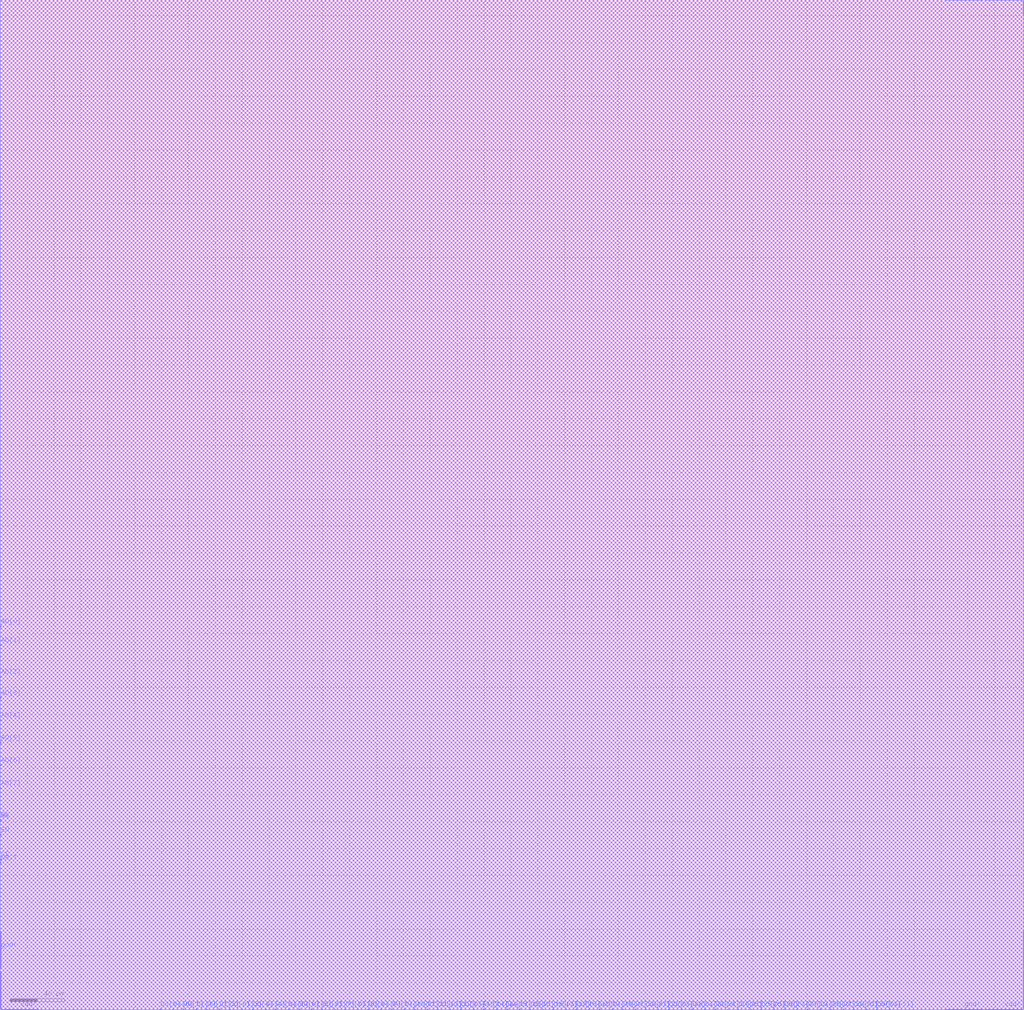
<source format=lef>
   ###             FPR to LEF file converter 
   ### (C) 1999 by Austria Mikro Systeme International AG 
   ###   creation date: Mon Mar 14 19:10:16 MET 2016
   ###               instance: sram256x32 


      MACRO sram256x32 
      CLASS BLOCK ; 
      FOREIGN sram256x32 0 0 ; 
      ORIGIN 0 0 ; 
      SIZE 761.750 BY 751.900 ; 
      SYMMETRY x y r90 ; 
      SITE blockSite ; 
      PIN DO[5] 
         DIRECTION OUTPUT TRISTATE ; 
         PORT 
         LAYER MET3 ;
         RECT 204.750 0 205.550 0.600 ;
         END 
      END DO[5] 
      PIN DO[9] 
         DIRECTION OUTPUT TRISTATE ; 
         PORT 
         LAYER MET3 ;
         RECT 273.550 0 274.350 0.600 ;
         END 
      END DO[9] 
      PIN DI[10] 
         DIRECTION INPUT ; 
         PORT 
         LAYER MET3 ;
         RECT 300.350 0 300.950 0.600 ;
         END 
      END DI[10] 
      PIN DI[30] 
         DIRECTION INPUT ; 
         PORT 
         LAYER MET3 ;
         RECT 644.350 0 644.950 0.600 ;
         END 
      END DI[30] 
      PIN WR 
         DIRECTION INPUT ; 
         PORT 
         LAYER MET2 ;
         RECT 0 139.750 0.600 140.450 ;
         END 
      END WR 
      PIN DI[22] 
         DIRECTION INPUT ; 
         PORT 
         LAYER MET3 ;
         RECT 506.750 0 507.350 0.600 ;
         END 
      END DI[22] 
      PIN DI[14] 
         DIRECTION INPUT ; 
         PORT 
         LAYER MET3 ;
         RECT 369.150 0 369.750 0.600 ;
         END 
      END DI[14] 
      PIN DO[10] 
         DIRECTION OUTPUT TRISTATE ; 
         PORT 
         LAYER MET3 ;
         RECT 290.750 0 291.550 0.600 ;
         END 
      END DO[10] 
      PIN DI[26] 
         DIRECTION INPUT ; 
         PORT 
         LAYER MET3 ;
         RECT 575.550 0 576.150 0.600 ;
         END 
      END DI[26] 
      PIN DI[18] 
         DIRECTION INPUT ; 
         PORT 
         LAYER MET3 ;
         RECT 437.950 0 438.550 0.600 ;
         END 
      END DI[18] 
      PIN DO[30] 
         DIRECTION OUTPUT TRISTATE ; 
         PORT 
         LAYER MET3 ;
         RECT 634.750 0 635.550 0.600 ;
         END 
      END DO[30] 
      PIN DO[22] 
         DIRECTION OUTPUT TRISTATE ; 
         PORT 
         LAYER MET3 ;
         RECT 497.150 0 497.950 0.600 ;
         END 
      END DO[22] 
      PIN AD[3] 
         DIRECTION INPUT ; 
         PORT 
         LAYER MET2 ;
         RECT 0 231.850 0.600 232.550 ;
         END 
      END AD[3] 
      PIN DO[14] 
         DIRECTION OUTPUT TRISTATE ; 
         PORT 
         LAYER MET3 ;
         RECT 359.550 0 360.350 0.600 ;
         END 
      END DO[14] 
      PIN DO[26] 
         DIRECTION OUTPUT TRISTATE ; 
         PORT 
         LAYER MET3 ;
         RECT 565.950 0 566.750 0.600 ;
         END 
      END DO[26] 
      PIN AD[7] 
         DIRECTION INPUT ; 
         PORT 
         LAYER MET2 ;
         RECT 0 164.650 0.600 165.350 ;
         END 
      END AD[7] 
      PIN DO[18] 
         DIRECTION OUTPUT TRISTATE ; 
         PORT 
         LAYER MET3 ;
         RECT 428.350 0 429.150 0.600 ;
         END 
      END DO[18] 
      PIN DI[0] 
         DIRECTION INPUT ; 
         PORT 
         LAYER MET3 ;
         RECT 128.350 0 128.950 0.600 ;
         END 
      END DI[0] 
      PIN DI[4] 
         DIRECTION INPUT ; 
         PORT 
         LAYER MET3 ;
         RECT 197.150 0 197.750 0.600 ;
         END 
      END DI[4] 
      PIN DO[2] 
         DIRECTION OUTPUT TRISTATE ; 
         PORT 
         LAYER MET3 ;
         RECT 153.150 0 153.950 0.600 ;
         END 
      END DO[2] 
      PIN DI[8] 
         DIRECTION INPUT ; 
         PORT 
         LAYER MET3 ;
         RECT 265.950 0 266.550 0.600 ;
         END 
      END DI[8] 
      PIN DO[6] 
         DIRECTION OUTPUT TRISTATE ; 
         PORT 
         LAYER MET3 ;
         RECT 221.950 0 222.750 0.600 ;
         END 
      END DO[6] 
      PIN DI[11] 
         DIRECTION INPUT ; 
         PORT 
         LAYER MET3 ;
         RECT 317.550 0 318.150 0.600 ;
         END 
      END DI[11] 
      PIN DI[31] 
         DIRECTION INPUT ; 
         PORT 
         LAYER MET3 ;
         RECT 661.550 0 662.150 0.600 ;
         END 
      END DI[31] 
      PIN DI[23] 
         DIRECTION INPUT ; 
         PORT 
         LAYER MET3 ;
         RECT 523.950 0 524.550 0.600 ;
         END 
      END DI[23] 
      PIN DI[15] 
         DIRECTION INPUT ; 
         PORT 
         LAYER MET3 ;
         RECT 386.350 0 386.950 0.600 ;
         END 
      END DI[15] 
      PIN AD[0] 
         DIRECTION INPUT ; 
         PORT 
         LAYER MET2 ;
         RECT 0 284.900 0.600 285.600 ;
         END 
      END AD[0] 
      PIN DO[11] 
         DIRECTION OUTPUT TRISTATE ; 
         PORT 
         LAYER MET3 ;
         RECT 307.950 0 308.750 0.600 ;
         END 
      END DO[11] 
      PIN DI[27] 
         DIRECTION INPUT ; 
         PORT 
         LAYER MET3 ;
         RECT 592.750 0 593.350 0.600 ;
         END 
      END DI[27] 
      PIN DO[31] 
         DIRECTION OUTPUT TRISTATE ; 
         PORT 
         LAYER MET3 ;
         RECT 651.950 0 652.750 0.600 ;
         END 
      END DO[31] 
      PIN DI[19] 
         DIRECTION INPUT ; 
         PORT 
         LAYER MET3 ;
         RECT 455.150 0 455.750 0.600 ;
         END 
      END DI[19] 
      PIN DO[23] 
         DIRECTION OUTPUT TRISTATE ; 
         PORT 
         LAYER MET3 ;
         RECT 514.350 0 515.150 0.600 ;
         END 
      END DO[23] 
      PIN AD[4] 
         DIRECTION INPUT ; 
         PORT 
         LAYER MET2 ;
         RECT 0 215.050 0.600 215.750 ;
         END 
      END AD[4] 
      PIN DO[15] 
         DIRECTION OUTPUT TRISTATE ; 
         PORT 
         LAYER MET3 ;
         RECT 376.750 0 377.550 0.600 ;
         END 
      END DO[15] 
      PIN EN 
         DIRECTION INPUT ; 
         PORT 
         LAYER MET2 ;
         RECT 0 129.950 0.600 130.650 ;
         END 
      END EN 
      PIN DO[27] 
         DIRECTION OUTPUT TRISTATE ; 
         PORT 
         LAYER MET3 ;
         RECT 583.150 0 583.950 0.600 ;
         END 
      END DO[27] 
      PIN DO[19] 
         DIRECTION OUTPUT TRISTATE ; 
         PORT 
         LAYER MET3 ;
         RECT 445.550 0 446.350 0.600 ;
         END 
      END DO[19] 
      PIN DI[1] 
         DIRECTION INPUT ; 
         PORT 
         LAYER MET3 ;
         RECT 145.550 0 146.150 0.600 ;
         END 
      END DI[1] 
      PIN DI[5] 
         DIRECTION INPUT ; 
         PORT 
         LAYER MET3 ;
         RECT 214.350 0 214.950 0.600 ;
         END 
      END DI[5] 
      PIN DO[3] 
         DIRECTION OUTPUT TRISTATE ; 
         PORT 
         LAYER MET3 ;
         RECT 170.350 0 171.150 0.600 ;
         END 
      END DO[3] 
      PIN DI[9] 
         DIRECTION INPUT ; 
         PORT 
         LAYER MET3 ;
         RECT 283.150 0 283.750 0.600 ;
         END 
      END DI[9] 
      PIN DO[7] 
         DIRECTION OUTPUT TRISTATE ; 
         PORT 
         LAYER MET3 ;
         RECT 239.150 0 239.950 0.600 ;
         END 
      END DO[7] 
      PIN DI[20] 
         DIRECTION INPUT ; 
         PORT 
         LAYER MET3 ;
         RECT 472.350 0 472.950 0.600 ;
         END 
      END DI[20] 
      PIN DI[12] 
         DIRECTION INPUT ; 
         PORT 
         LAYER MET3 ;
         RECT 334.750 0 335.350 0.600 ;
         END 
      END DI[12] 
      PIN DI[24] 
         DIRECTION INPUT ; 
         PORT 
         LAYER MET3 ;
         RECT 541.150 0 541.750 0.600 ;
         END 
      END DI[24] 
      PIN DI[16] 
         DIRECTION INPUT ; 
         PORT 
         LAYER MET3 ;
         RECT 403.550 0 404.150 0.600 ;
         END 
      END DI[16] 
      PIN DO[20] 
         DIRECTION OUTPUT TRISTATE ; 
         PORT 
         LAYER MET3 ;
         RECT 462.750 0 463.550 0.600 ;
         END 
      END DO[20] 
      PIN AD[1] 
         DIRECTION INPUT ; 
         PORT 
         LAYER MET2 ;
         RECT 0 270.900 0.600 271.600 ;
         END 
      END AD[1] 
      PIN DO[12] 
         DIRECTION OUTPUT TRISTATE ; 
         PORT 
         LAYER MET3 ;
         RECT 325.150 0 325.950 0.600 ;
         END 
      END DO[12] 
      PIN DI[28] 
         DIRECTION INPUT ; 
         PORT 
         LAYER MET3 ;
         RECT 609.950 0 610.550 0.600 ;
         END 
      END DI[28] 
      PIN DO[24] 
         DIRECTION OUTPUT TRISTATE ; 
         PORT 
         LAYER MET3 ;
         RECT 531.550 0 532.350 0.600 ;
         END 
      END DO[24] 
      PIN AD[5] 
         DIRECTION INPUT ; 
         PORT 
         LAYER MET2 ;
         RECT 0 198.250 0.600 198.950 ;
         END 
      END AD[5] 
      PIN DO[16] 
         DIRECTION OUTPUT TRISTATE ; 
         PORT 
         LAYER MET3 ;
         RECT 393.950 0 394.750 0.600 ;
         END 
      END DO[16] 
      PIN DO[28] 
         DIRECTION OUTPUT TRISTATE ; 
         PORT 
         LAYER MET3 ;
         RECT 600.350 0 601.150 0.600 ;
         END 
      END DO[28] 
      PIN RD 
         DIRECTION INPUT ; 
         PORT 
         LAYER MET2 ;
         RECT 0 141.150 0.600 141.850 ;
         END 
      END RD 
      PIN DI[2] 
         DIRECTION INPUT ; 
         PORT 
         LAYER MET3 ;
         RECT 162.750 0 163.350 0.600 ;
         END 
      END DI[2] 
      PIN DI[6] 
         DIRECTION INPUT ; 
         PORT 
         LAYER MET3 ;
         RECT 231.550 0 232.150 0.600 ;
         END 
      END DI[6] 
      PIN DO[0] 
         DIRECTION OUTPUT TRISTATE ; 
         PORT 
         LAYER MET3 ;
         RECT 118.750 0 119.550 0.600 ;
         END 
      END DO[0] 
      PIN DO[4] 
         DIRECTION OUTPUT TRISTATE ; 
         PORT 
         LAYER MET3 ;
         RECT 187.550 0 188.350 0.600 ;
         END 
      END DO[4] 
      PIN DO[8] 
         DIRECTION OUTPUT TRISTATE ; 
         PORT 
         LAYER MET3 ;
         RECT 256.350 0 257.150 0.600 ;
         END 
      END DO[8] 
      PIN NRST 
         DIRECTION INPUT ; 
         PORT 
         LAYER MET2 ;
         RECT 0 108.950 0.600 109.650 ;
         END 
      END NRST 
      PIN DI[21] 
         DIRECTION INPUT ; 
         PORT 
         LAYER MET3 ;
         RECT 489.550 0 490.150 0.600 ;
         END 
      END DI[21] 
      PIN DI[13] 
         DIRECTION INPUT ; 
         PORT 
         LAYER MET3 ;
         RECT 351.950 0 352.550 0.600 ;
         END 
      END DI[13] 
      PIN DI[25] 
         DIRECTION INPUT ; 
         PORT 
         LAYER MET3 ;
         RECT 558.350 0 558.950 0.600 ;
         END 
      END DI[25] 
      PIN DI[17] 
         DIRECTION INPUT ; 
         PORT 
         LAYER MET3 ;
         RECT 420.750 0 421.350 0.600 ;
         END 
      END DI[17] 
      PIN DO[21] 
         DIRECTION OUTPUT TRISTATE ; 
         PORT 
         LAYER MET3 ;
         RECT 479.950 0 480.750 0.600 ;
         END 
      END DO[21] 
      PIN AD[2] 
         DIRECTION INPUT ; 
         PORT 
         LAYER MET2 ;
         RECT 0 247.250 0.600 247.950 ;
         END 
      END AD[2] 
      PIN DO[13] 
         DIRECTION OUTPUT TRISTATE ; 
         PORT 
         LAYER MET3 ;
         RECT 342.350 0 343.150 0.600 ;
         END 
      END DO[13] 
      PIN DI[29] 
         DIRECTION INPUT ; 
         PORT 
         LAYER MET3 ;
         RECT 627.150 0 627.750 0.600 ;
         END 
      END DI[29] 
      PIN DO[25] 
         DIRECTION OUTPUT TRISTATE ; 
         PORT 
         LAYER MET3 ;
         RECT 548.750 0 549.550 0.600 ;
         END 
      END DO[25] 
      PIN AD[6] 
         DIRECTION INPUT ; 
         PORT 
         LAYER MET2 ;
         RECT 0 181.450 0.600 182.150 ;
         END 
      END AD[6] 
      PIN DO[17] 
         DIRECTION OUTPUT TRISTATE ; 
         PORT 
         LAYER MET3 ;
         RECT 411.150 0 411.950 0.600 ;
         END 
      END DO[17] 
      PIN CS 
         DIRECTION INPUT ; 
         PORT 
         LAYER MET2 ;
         RECT 0 111.750 0.600 112.450 ;
         END 
      END CS 
      PIN DO[29] 
         DIRECTION OUTPUT TRISTATE ; 
         PORT 
         LAYER MET3 ;
         RECT 617.550 0 618.350 0.600 ;
         END 
      END DO[29] 
      PIN DI[3] 
         DIRECTION INPUT ; 
         PORT 
         LAYER MET3 ;
         RECT 179.950 0 180.550 0.600 ;
         END 
      END DI[3] 
      PIN DI[7] 
         DIRECTION INPUT ; 
         PORT 
         LAYER MET3 ;
         RECT 248.750 0 249.350 0.600 ;
         END 
      END DI[7] 
      PIN DO[1] 
         DIRECTION OUTPUT TRISTATE ; 
         PORT 
         LAYER MET3 ;
         RECT 135.950 0 136.750 0.600 ;
         END 
      END DO[1] 
      PIN gnd! 
      DIRECTION INOUT ;
      USE ground ;
         PORT 
         LAYER MET1 ;
         RECT 0 30.400 0.500 58.400 ;
         LAYER MET2 ;
         RECT 0 30.400 0.600 58.400 ;
         END 
         PORT 
         LAYER MET3 ;
         RECT 731.35 0.00 703.35 0.50 ;
         LAYER MET2 ;
         RECT 761.75 58.40 761.25 30.40 ;
         END 
         PORT 
         LAYER MET3 ;
         RECT 731.35 751.90 703.35 751.40 ;
         END 
      END gnd! 
      PIN vdd! 
      DIRECTION INOUT ;
      USE power ;
         PORT 
         LAYER MET1 ;
         RECT 0 0.800 0.500 28.800 ;
         LAYER MET2 ;
         RECT 0 0.800 0.600 28.800 ;
         LAYER MET1 ;
         RECT 0.80 0.00 28.80 0.50 ;
         LAYER MET2 ;
         RECT 0.80 0.00 28.80 0.50 ;
         END 
         PORT 
         LAYER MET2 ;
         RECT 761.75 0.80 761.25 28.80 ;
         LAYER MET3 ;
         RECT 760.95 0.00 732.95 0.50 ;
         END 
         PORT 
         LAYER MET1 ;
         RECT 761.250 739.900 761.750 751.100 ;
         LAYER MET3 ;
         RECT 761.150 739.900 761.750 751.100 ;
         LAYER MET3 ;
         RECT 760.95 751.90 732.95 751.40 ;
         END 
      END vdd! 
      OBS 
         LAYER MET1 ; 
         RECT 0 0 761.750 751.900 ; 
         LAYER MET2 ; 
         RECT 0 0 761.750 751.900 ; 
         LAYER MET3 ; 
         RECT 0 0 761.750 751.900 ; 
      END 

   END sram256x32

   END LIBRARY

</source>
